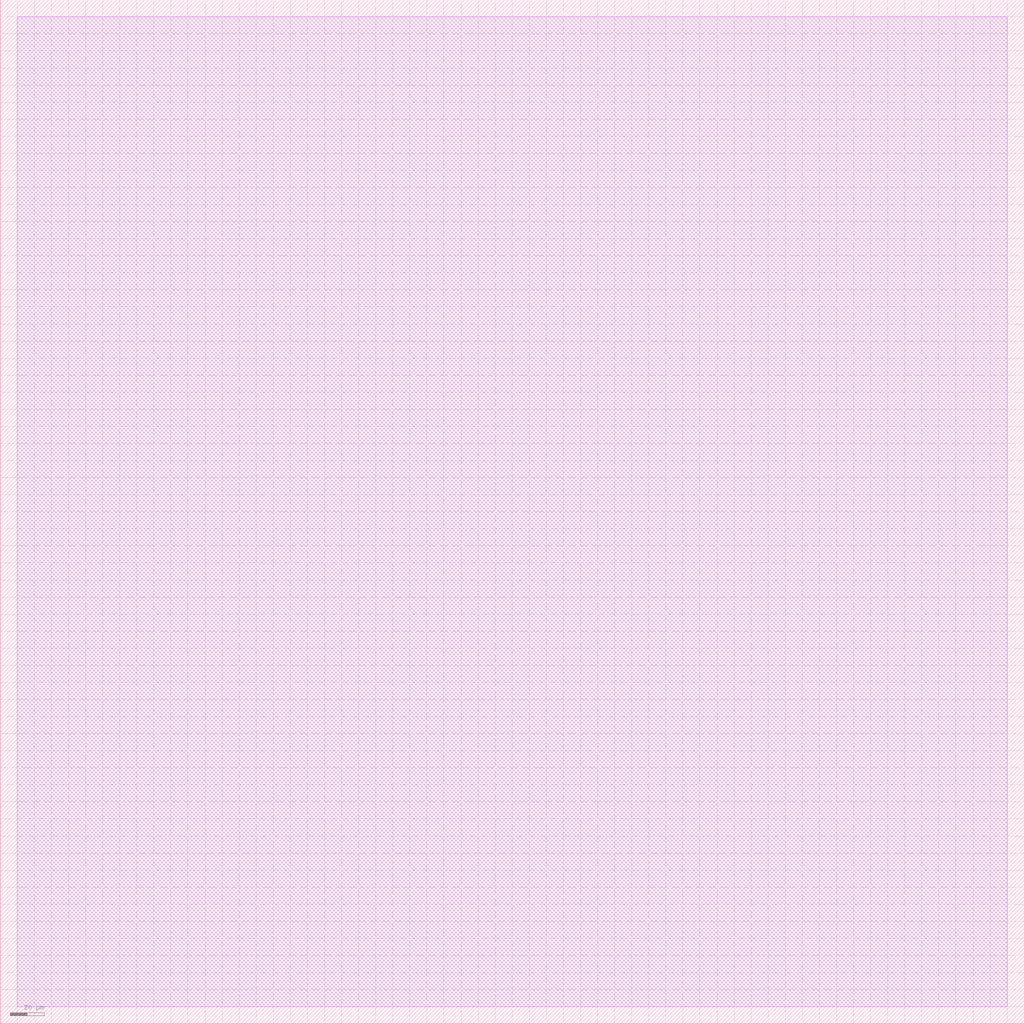
<source format=lef>
VERSION 5.8 ;

MACRO a
  ORIGIN 0 0 ;
  SIZE 600 BY 600 ;
  OBS 
    LAYER M1 ;
      RECT 10 10 590 590 ;
  END
END a

MACRO b
  ORIGIN -600 0 ;
  SIZE 400 BY 500 ;
  OBS 
    LAYER M1 ;
      RECT 610 10 990 490 ;
  END
END b

MACRO c
  ORIGIN -500 -500 ;
  SIZE 500 BY 500 ;
  OBS 
    LAYER M1 ;
      POLYGON 510 610 610 610 610 510 990 510 990 990 510 990 ;
    LAYER overlap ;
      RECT 500 700 1000 1000 ;
      POLYGON 500 600  600 600  600 500  1000 500  1000 700  500 700 ;
  END
END c

</source>
